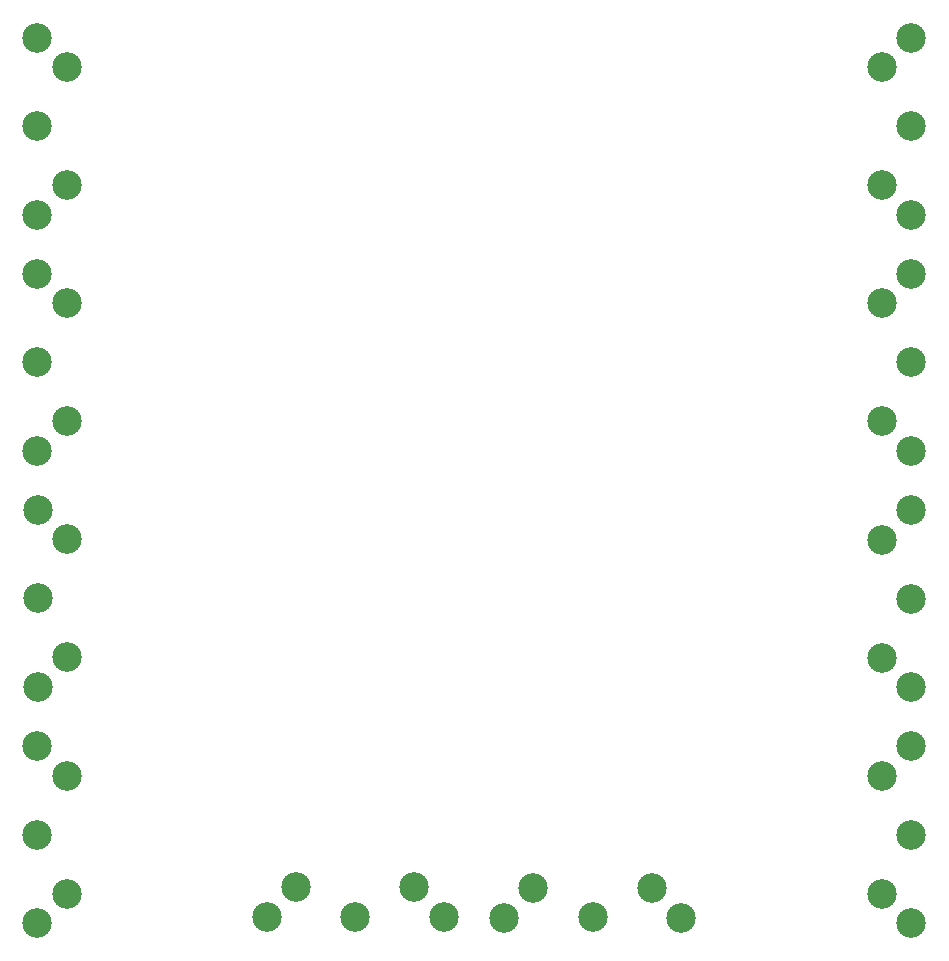
<source format=gbr>
%TF.GenerationSoftware,KiCad,Pcbnew,(6.0.5)*%
%TF.CreationDate,2022-08-29T14:43:18+01:00*%
%TF.ProjectId,PicoMIDISplitter,5069636f-4d49-4444-9953-706c69747465,rev?*%
%TF.SameCoordinates,Original*%
%TF.FileFunction,Legend,Bot*%
%TF.FilePolarity,Positive*%
%FSLAX46Y46*%
G04 Gerber Fmt 4.6, Leading zero omitted, Abs format (unit mm)*
G04 Created by KiCad (PCBNEW (6.0.5)) date 2022-08-29 14:43:18*
%MOMM*%
%LPD*%
G01*
G04 APERTURE LIST*
%ADD10C,2.499360*%
G04 APERTURE END LIST*
D10*
%TO.C,J10*%
X102501920Y-127002800D03*
X114996180Y-124500900D03*
X110000000Y-127000260D03*
X117498080Y-127002800D03*
X105003820Y-124500900D03*
%TD*%
%TO.C,J9*%
X137002800Y-67498080D03*
X134500900Y-55003820D03*
X137000260Y-60000000D03*
X137002800Y-52501920D03*
X134500900Y-64996180D03*
%TD*%
%TO.C,J8*%
X137002800Y-87498080D03*
X134500900Y-75003820D03*
X137000260Y-80000000D03*
X137002800Y-72501920D03*
X134500900Y-84996180D03*
%TD*%
%TO.C,J7*%
X137002800Y-107498080D03*
X134500900Y-95003820D03*
X137000260Y-100000000D03*
X137002800Y-92501920D03*
X134500900Y-104996180D03*
%TD*%
%TO.C,J4*%
X97414080Y-126949200D03*
X89916000Y-126946660D03*
X82417920Y-126949200D03*
X94912180Y-124447300D03*
X84919820Y-124447300D03*
%TD*%
%TO.C,J2*%
X62997200Y-67498080D03*
X62999740Y-60000000D03*
X62997200Y-52501920D03*
X65499100Y-64996180D03*
X65499100Y-55003820D03*
%TD*%
%TO.C,J5*%
X62997200Y-127498080D03*
X62999740Y-120000000D03*
X62997200Y-112501920D03*
X65499100Y-124996180D03*
X65499100Y-115003820D03*
%TD*%
%TO.C,J3*%
X62997200Y-87498080D03*
X62999740Y-80000000D03*
X62997200Y-72501920D03*
X65499100Y-84996180D03*
X65499100Y-75003820D03*
%TD*%
%TO.C,J1*%
X63042800Y-107472480D03*
X63045340Y-99974400D03*
X63042800Y-92476320D03*
X65544700Y-104970580D03*
X65544700Y-94978220D03*
%TD*%
%TO.C,J6*%
X137002800Y-112501920D03*
X137000260Y-120000000D03*
X137002800Y-127498080D03*
X134500900Y-115003820D03*
X134500900Y-124996180D03*
%TD*%
M02*

</source>
